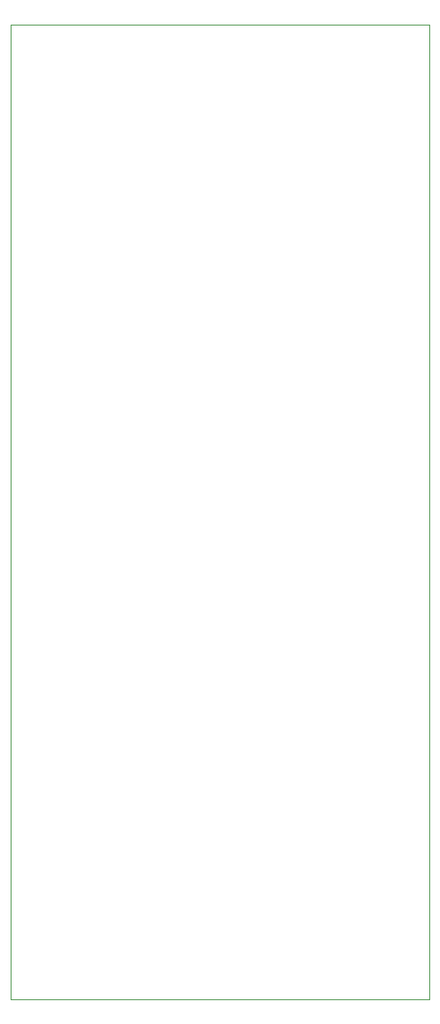
<source format=gbr>
%TF.GenerationSoftware,KiCad,Pcbnew,(5.1.6)-1*%
%TF.CreationDate,2021-04-21T22:04:27+02:00*%
%TF.ProjectId,answertainty,616e7377-6572-4746-9169-6e74792e6b69,rev?*%
%TF.SameCoordinates,Original*%
%TF.FileFunction,Profile,NP*%
%FSLAX46Y46*%
G04 Gerber Fmt 4.6, Leading zero omitted, Abs format (unit mm)*
G04 Created by KiCad (PCBNEW (5.1.6)-1) date 2021-04-21 22:04:27*
%MOMM*%
%LPD*%
G01*
G04 APERTURE LIST*
%TA.AperFunction,Profile*%
%ADD10C,0.050000*%
%TD*%
G04 APERTURE END LIST*
D10*
X99060000Y-57150000D02*
X142240000Y-57150000D01*
X99060000Y-157480000D02*
X99060000Y-57150000D01*
X142240000Y-157480000D02*
X99060000Y-157480000D01*
X142240000Y-57150000D02*
X142240000Y-157480000D01*
M02*

</source>
